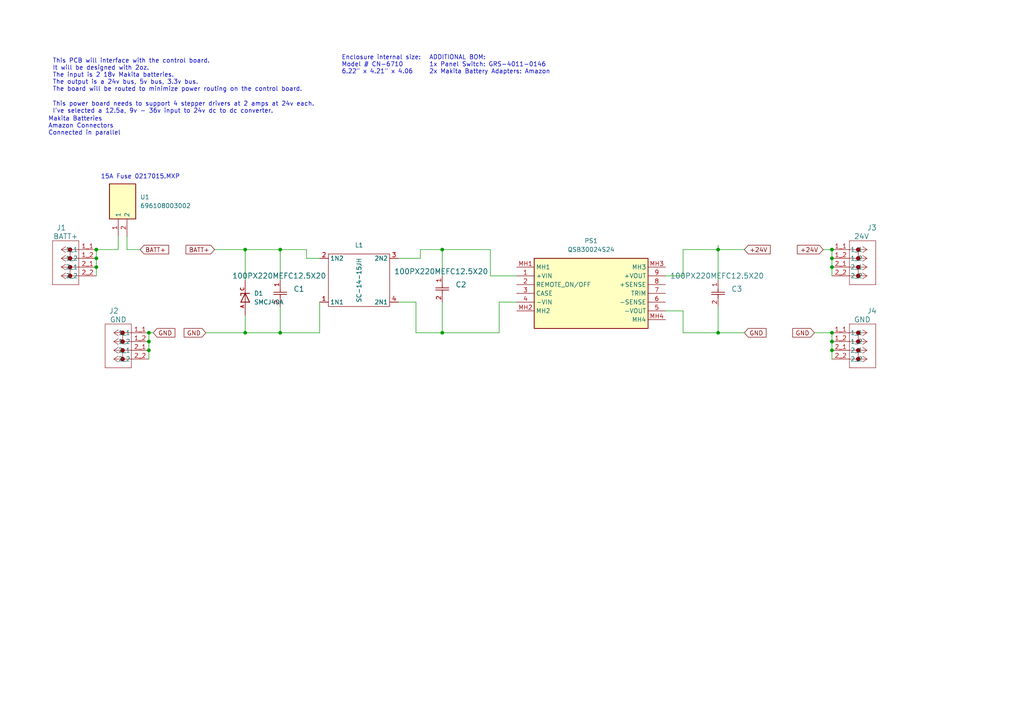
<source format=kicad_sch>
(kicad_sch (version 20230121) (generator eeschema)
  (paper "A4")
  (lib_symbols
    (symbol "100PX220MEFC12.5X20:100PX220MEFC12.5X20" (pin_names (offset 0.254))
      (property "Reference" "C" (at 3.81 3.81 0))
      (property "Value" "100PX220MEFC12.5X20" (at 3.81 -3.81 0))
      (symbol "100PX220MEFC12.5X20_1_1"
        (polyline (pts (xy 2.54 0) (xy 3.4798 0)) (stroke (width 0.2032)))
        (polyline (pts (xy 3.4798 -1.905) (xy 3.4798 1.905)) (stroke (width 0.2032)))
        (polyline (pts (xy 4.1148 -1.905) (xy 4.1148 1.905)) (stroke (width 0.2032)))
        (polyline (pts (xy 4.1148 0) (xy 5.08 0)) (stroke (width 0.2032)))
        (pin unspecified line (at 0 0 0) (length 2.54) (name "") (number "1"))
        (pin unspecified line (at 7.62 0 180) (length 2.54) (name "") (number "2"))
      )
      (symbol "100PX220MEFC12.5X20_1_2"
        (polyline (pts (xy -1.905 -4.1148) (xy 1.905 -4.1148)) (stroke (width 0.2032)))
        (polyline (pts (xy -1.905 -3.4798) (xy 1.905 -3.4798)) (stroke (width 0.2032)))
        (polyline (pts (xy 0 -4.1148) (xy 0 -5.08)) (stroke (width 0.2032)))
        (polyline (pts (xy 0 -2.54) (xy 0 -3.4798)) (stroke (width 0.2032)))
        (pin unspecified line (at 0 0 270) (length 2.54) (name "") (number "1"))
        (pin unspecified line (at 0 -7.62 90) (length 2.54) (name "") (number "2"))
      )
    )
    (symbol "2604-1102:2604-1102" (pin_names (offset 0.254))
      (property "Reference" "J" (at 8.89 6.35 0))
      (property "Value" "2604-1102" (at 0 0 0))
      (symbol "2604-1102_0_1"
        (polyline (pts (xy 5.08 -10.16) (xy 12.7 -10.16)) (stroke (width 0.127)))
        (polyline (pts (xy 5.08 2.54) (xy 5.08 -10.16)) (stroke (width 0.127)))
        (polyline (pts (xy 7.62 -5.08) (xy 7.62 -7.62)) (stroke (width 0.127)))
        (polyline (pts (xy 7.62 0) (xy 7.62 -2.54)) (stroke (width 0.127)))
        (polyline (pts (xy 10.16 -7.62) (xy 5.08 -7.62)) (stroke (width 0.127)))
        (polyline (pts (xy 10.16 -7.62) (xy 8.89 -8.4667)) (stroke (width 0.127)))
        (polyline (pts (xy 10.16 -7.62) (xy 8.89 -6.7733)) (stroke (width 0.127)))
        (polyline (pts (xy 10.16 -5.08) (xy 5.08 -5.08)) (stroke (width 0.127)))
        (polyline (pts (xy 10.16 -5.08) (xy 8.89 -5.9267)) (stroke (width 0.127)))
        (polyline (pts (xy 10.16 -5.08) (xy 8.89 -4.2333)) (stroke (width 0.127)))
        (polyline (pts (xy 10.16 -2.54) (xy 5.08 -2.54)) (stroke (width 0.127)))
        (polyline (pts (xy 10.16 -2.54) (xy 8.89 -3.3867)) (stroke (width 0.127)))
        (polyline (pts (xy 10.16 -2.54) (xy 8.89 -1.6933)) (stroke (width 0.127)))
        (polyline (pts (xy 10.16 0) (xy 5.08 0)) (stroke (width 0.127)))
        (polyline (pts (xy 10.16 0) (xy 8.89 -0.8467)) (stroke (width 0.127)))
        (polyline (pts (xy 10.16 0) (xy 8.89 0.8467)) (stroke (width 0.127)))
        (polyline (pts (xy 12.7 -10.16) (xy 12.7 2.54)) (stroke (width 0.127)))
        (polyline (pts (xy 12.7 2.54) (xy 5.08 2.54)) (stroke (width 0.127)))
        (circle (center 7.62 -7.62) (radius 0.127) (stroke (width 0.508)))
        (circle (center 7.62 -5.08) (radius 0.127) (stroke (width 0.508)))
        (circle (center 7.62 -2.54) (radius 0.127) (stroke (width 0.508)))
        (circle (center 7.62 0) (radius 0.127) (stroke (width 0.508)))
        (pin unspecified line (at 0 0 0) (length 5.08) (name "1_1") (number "1_1"))
        (pin unspecified line (at 0 -2.54 0) (length 5.08) (name "1_2") (number "1_2"))
        (pin unspecified line (at 0 -5.08 0) (length 5.08) (name "2_1") (number "2_1"))
        (pin unspecified line (at 0 -7.62 0) (length 5.08) (name "2_2") (number "2_2"))
      )
    )
    (symbol "696108003002:696108003002"
      (property "Reference" "U" (at 16.51 7.62 0))
      (property "Value" "696108003002" (at 16.51 5.08 0))
      (symbol "696108003002_1_1"
        (rectangle (start 5.08 2.54) (end 15.24 -5.08) (stroke (width 0.254)) (fill (type background)))
        (pin passive line (at 0 0 0) (length 5.08) (name "1") (number "1"))
        (pin passive line (at 0 -2.54 0) (length 5.08) (name "2") (number "2"))
      )
    )
    (symbol "QSB30024S24:QSB30024S24"
      (property "Reference" "PS" (at 39.37 7.62 0))
      (property "Value" "QSB30024S24" (at 39.37 5.08 0))
      (symbol "QSB30024S24_1_1"
        (rectangle (start 5.08 2.54) (end 38.1 -17.78) (stroke (width 0.254)) (fill (type background)))
        (pin passive line (at 0 -2.54 0) (length 5.08) (name "+VIN") (number "1"))
        (pin passive line (at 0 -5.08 0) (length 5.08) (name "REMOTE_ON/OFF") (number "2"))
        (pin passive line (at 0 -7.62 0) (length 5.08) (name "CASE") (number "3"))
        (pin passive line (at 0 -10.16 0) (length 5.08) (name "-VIN") (number "4"))
        (pin passive line (at 43.18 -12.7 180) (length 5.08) (name "-VOUT") (number "5"))
        (pin passive line (at 43.18 -10.16 180) (length 5.08) (name "-SENSE") (number "6"))
        (pin passive line (at 43.18 -7.62 180) (length 5.08) (name "TRIM") (number "7"))
        (pin passive line (at 43.18 -5.08 180) (length 5.08) (name "+SENSE") (number "8"))
        (pin passive line (at 43.18 -2.54 180) (length 5.08) (name "+VOUT") (number "9"))
        (pin passive line (at 0 0 0) (length 5.08) (name "MH1") (number "MH1"))
        (pin passive line (at 0 -12.7 0) (length 5.08) (name "MH2") (number "MH2"))
        (pin passive line (at 43.18 0 180) (length 5.08) (name "MH3") (number "MH3"))
        (pin passive line (at 43.18 -15.24 180) (length 5.08) (name "MH4") (number "MH4"))
      )
    )
    (symbol "SC-14-15JH:SC-14-15JH"
      (property "Reference" "L" (at 0 0 0))
      (symbol "SC-14-15JH_0_1"
        (rectangle (start -7.62 8.89) (end 7.62 -8.89))
      )
      (symbol "SC-14-15JH_1_1"
        (pin input line (at -6.35 11.43 270) (length 2.54) (name "1N1") (number "1"))
        (pin input line (at 6.35 11.43 270) (length 2.54) (name "1N2") (number "2"))
        (pin input line (at 6.35 -11.43 90) (length 2.54) (name "2N2") (number "3"))
        (pin input line (at -6.35 -11.43 90) (length 2.54) (name "2N1") (number "4"))
      )
    )
    (symbol "SMCJ40A:SMCJ40A" (pin_names (offset 1.016))
      (property "Reference" "D" (at -5.08 2.413 0))
      (property "Value" "SMCJ40A" (at -5.08 -4.953 0))
      (symbol "SMCJ40A_0_0"
        (polyline (pts (xy -1.27 -1.27) (xy -1.27 0)) (stroke (width 0.254)))
        (polyline (pts (xy -1.27 0) (xy -1.27 1.27)) (stroke (width 0.254)))
        (polyline (pts (xy -1.27 0) (xy 1.27 -1.27)) (stroke (width 0.254)))
        (polyline (pts (xy -0.635 -1.27) (xy -1.27 -1.27)) (stroke (width 0.254)))
        (polyline (pts (xy 1.27 -1.27) (xy 1.27 1.27)) (stroke (width 0.254)))
        (polyline (pts (xy 1.27 1.27) (xy -1.27 0)) (stroke (width 0.254)))
        (pin passive line (at 5.08 0 180) (length 5.08) (name "~") (number "A"))
        (pin passive line (at -5.08 0 0) (length 5.08) (name "~") (number "C"))
      )
    )
  )
  (junction (at 241.3 74.93))
  (junction (at 43.18 101.6))
  (junction (at 241.3 99.06))
  (junction (at 208.28 72.39))
  (junction (at 208.28 96.52))
  (junction (at 27.94 77.47))
  (junction (at 81.28 72.39))
  (junction (at 241.3 101.6))
  (junction (at 81.28 96.52))
  (junction (at 27.94 74.93))
  (junction (at 71.12 96.52))
  (junction (at 241.3 96.52))
  (junction (at 43.18 99.06))
  (junction (at 43.18 96.52))
  (junction (at 128.27 96.52))
  (junction (at 241.3 72.39))
  (junction (at 128.27 72.39))
  (junction (at 71.12 72.39))
  (junction (at 27.94 72.39))
  (junction (at 241.3 77.47))
  (wire (pts (xy 92.71 87.63) (xy 92.71 96.52)))
  (wire (pts (xy 208.28 72.39) (xy 198.12 72.39)))
  (wire (pts (xy 121.92 72.39) (xy 128.27 72.39)))
  (wire (pts (xy 198.12 96.52) (xy 198.12 90.17)))
  (wire (pts (xy 120.65 96.52) (xy 128.27 96.52)))
  (wire (pts (xy 193.04 80.01) (xy 198.12 80.01)))
  (wire (pts (xy 241.3 101.6) (xy 241.3 104.14)))
  (wire (pts (xy 27.94 72.39) (xy 27.94 74.93)))
  (wire (pts (xy 128.27 72.39) (xy 142.24 72.39)))
  (wire (pts (xy 43.18 99.06) (xy 43.18 101.6)))
  (wire (pts (xy 121.92 74.93) (xy 121.92 72.39)))
  (wire (pts (xy 241.3 96.52) (xy 241.3 99.06)))
  (wire (pts (xy 149.86 87.63) (xy 144.78 87.63)))
  (wire (pts (xy 236.22 96.52) (xy 241.3 96.52)))
  (wire (pts (xy 208.28 96.52) (xy 215.9 96.52)))
  (wire (pts (xy 88.9 72.39) (xy 81.28 72.39)))
  (wire (pts (xy 198.12 80.01) (xy 198.12 72.39)))
  (wire (pts (xy 40.64 72.39) (xy 36.83 72.39)))
  (wire (pts (xy 128.27 72.39) (xy 128.27 80.01)))
  (wire (pts (xy 208.28 71.12) (xy 208.28 72.39)))
  (wire (pts (xy 238.76 72.39) (xy 241.3 72.39)))
  (wire (pts (xy 115.57 87.63) (xy 120.65 87.63)))
  (wire (pts (xy 198.12 90.17) (xy 193.04 90.17)))
  (wire (pts (xy 71.12 96.52) (xy 71.12 91.44)))
  (wire (pts (xy 62.23 72.39) (xy 71.12 72.39)))
  (wire (pts (xy 208.28 88.9) (xy 208.28 96.52)))
  (wire (pts (xy 241.3 99.06) (xy 241.3 101.6)))
  (wire (pts (xy 115.57 74.93) (xy 121.92 74.93)))
  (wire (pts (xy 128.27 96.52) (xy 144.78 96.52)))
  (wire (pts (xy 71.12 72.39) (xy 71.12 81.28)))
  (wire (pts (xy 208.28 72.39) (xy 215.9 72.39)))
  (wire (pts (xy 208.28 72.39) (xy 208.28 81.28)))
  (wire (pts (xy 208.28 96.52) (xy 198.12 96.52)))
  (wire (pts (xy 142.24 80.01) (xy 142.24 72.39)))
  (wire (pts (xy 81.28 96.52) (xy 81.28 88.9)))
  (wire (pts (xy 44.45 96.52) (xy 43.18 96.52)))
  (wire (pts (xy 36.83 72.39) (xy 36.83 68.58)))
  (wire (pts (xy 43.18 101.6) (xy 43.18 104.14)))
  (wire (pts (xy 71.12 96.52) (xy 81.28 96.52)))
  (wire (pts (xy 144.78 87.63) (xy 144.78 96.52)))
  (wire (pts (xy 241.3 72.39) (xy 241.3 74.93)))
  (wire (pts (xy 81.28 72.39) (xy 81.28 81.28)))
  (wire (pts (xy 128.27 87.63) (xy 128.27 96.52)))
  (wire (pts (xy 81.28 96.52) (xy 92.71 96.52)))
  (wire (pts (xy 88.9 74.93) (xy 88.9 72.39)))
  (wire (pts (xy 92.71 74.93) (xy 88.9 74.93)))
  (wire (pts (xy 241.3 77.47) (xy 241.3 80.01)))
  (wire (pts (xy 241.3 74.93) (xy 241.3 77.47)))
  (wire (pts (xy 27.94 74.93) (xy 27.94 77.47)))
  (wire (pts (xy 43.18 96.52) (xy 43.18 99.06)))
  (wire (pts (xy 149.86 80.01) (xy 142.24 80.01)))
  (wire (pts (xy 27.94 72.39) (xy 34.29 72.39)))
  (wire (pts (xy 59.69 96.52) (xy 71.12 96.52)))
  (wire (pts (xy 34.29 72.39) (xy 34.29 68.58)))
  (wire (pts (xy 71.12 72.39) (xy 81.28 72.39)))
  (wire (pts (xy 27.94 77.47) (xy 27.94 80.01)))
  (wire (pts (xy 120.65 87.63) (xy 120.65 96.52)))
  (text "Makita Batteries\nAmazon Connectors\nConnected in parallel" (at 13.97 39.37 0) (effects (font (size 1.27 1.27)) (justify left bottom)))
  (text "ADDITIONAL BOM:\n1x Panel Switch: GRS-4011-0146\n2x Makita Battery Adapters: Amazon" (at 124.46 21.59 0) (effects (font (size 1.27 1.27)) (justify left bottom)))
  (text "Enclosure internal size:\nModel # CN-6710\n6.22\" x 4.21\" x 4.06" (at 99.06 21.59 0) (effects (font (size 1.27 1.27)) (justify left bottom)))
  (text "This power board needs to support 4 stepper drivers at 2 amps at 24v each. \nI've selected a 12.5a, 9v - 36v input to 24v dc to dc converter." (at 15.24 33.02 0) (effects (font (size 1.27 1.27)) (justify left bottom)))
  (text "This PCB will interface with the control board. \nIt will be designed with 2oz. \nThe input is 2 18v Makita batteries. \nThe output is a 24v bus, 5v bus, 3.3v bus.\nThe board will be routed to minimize power routing on the control board." (at 15.24 26.67 0) (effects (font (size 1.27 1.27)) (justify left bottom)))
  (text "15A Fuse 0217015.MXP" (at 29.21 52.07 0) (effects (font (size 1.27 1.27)) (justify left bottom)))
  (global_label "GND" (shape input) (at 44.45 96.52 0) (property "Intersheetrefs" "${INTERSHEET_REFS}" (effects hide)))
  (global_label "BATT+" (shape input) (at 62.23 72.39 180) (property "Intersheetrefs" "${INTERSHEET_REFS}" (effects hide)))
  (global_label "+24V" (shape input) (at 215.9 72.39 0) (property "Intersheetrefs" "${INTERSHEET_REFS}" (effects hide)))
  (global_label "BATT+" (shape input) (at 40.64 72.39 0) (property "Intersheetrefs" "${INTERSHEET_REFS}" (effects hide)))
  (global_label "GND" (shape input) (at 215.9 96.52 0) (property "Intersheetrefs" "${INTERSHEET_REFS}" (effects hide)))
  (global_label "+24V" (shape input) (at 238.76 72.39 180) (property "Intersheetrefs" "${INTERSHEET_REFS}" (effects hide)))
  (global_label "GND" (shape input) (at 59.69 96.52 180) (property "Intersheetrefs" "${INTERSHEET_REFS}" (effects hide)))
  (global_label "GND" (shape input) (at 236.22 96.52 180) (property "Intersheetrefs" "${INTERSHEET_REFS}" (effects hide)))
  (symbol (lib_id "2604-1102:2604-1102") (at 241.3 72.39 0) (unit 1)
    (property "Reference" "J3" (at 251.46 66.04 0) (effects (font (size 1.524 1.524)) (justify left)))
    (property "Value" "24V" (at 247.65 68.58 0) (effects (font (size 1.524 1.524)) (justify left)))
    (property "Footprint" "2604-1102:2604" (effects hide))
    (property "Datasheet" "2604-1102" (effects hide))
    (property "Part Number" "2604-1102" (effects hide))
  )
  (symbol (lib_id "100PX220MEFC12.5X20:100PX220MEFC12.5X20") (at 81.28 81.28 270) (unit 1)
    (property "Reference" "C1" (at 85.09 83.82 90) (effects (font (size 1.524 1.524)) (justify left)))
    (property "Value" "100PX220MEFC12.5X20" (at 67.31 80.01 90) (effects (font (size 1.524 1.524)) (justify left)))
    (property "Footprint" "100PX220MEFC12.5X20:CAP_PK&slash_PZ_12P5X20_LOW_RUB" (effects hide))
    (property "Datasheet" "100PX220MEFC12.5X20" (effects hide))
    (property "Part Number" "100PX220MEFC12.5X20" (effects hide))
  )
  (symbol (lib_id "2604-1102:2604-1102") (at 43.18 96.52 0) (mirror y) (unit 1)
    (property "Reference" "J2" (at 33.02 90.17 0) (effects (font (size 1.524 1.524))))
    (property "Value" "GND" (at 34.29 92.71 0) (effects (font (size 1.524 1.524))))
    (property "Footprint" "2604-1102:2604" (effects hide))
    (property "Datasheet" "2604-1102" (effects hide))
    (property "Part Number" "2604-1102" (effects hide))
  )
  (symbol (lib_id "2604-1102:2604-1102") (at 27.94 72.39 0) (mirror y) (unit 1)
    (property "Reference" "J1" (at 17.78 66.04 0) (effects (font (size 1.524 1.524))))
    (property "Value" "BATT+" (at 19.05 68.58 0) (effects (font (size 1.524 1.524))))
    (property "Footprint" "2604-1102:2604" (effects hide))
    (property "Datasheet" "2604-1102" (effects hide))
    (property "Part Number" "2604-1102" (effects hide))
  )
  (symbol (lib_id "2604-1102:2604-1102") (at 241.3 96.52 0) (unit 1)
    (property "Reference" "J4" (at 251.46 90.17 0) (effects (font (size 1.524 1.524)) (justify left)))
    (property "Value" "GND" (at 247.65 92.71 0) (effects (font (size 1.524 1.524)) (justify left)))
    (property "Footprint" "2604-1102:2604" (effects hide))
    (property "Datasheet" "2604-1102" (effects hide))
    (property "Part Number" "2604-1102" (effects hide))
  )
  (symbol (lib_id "100PX220MEFC12.5X20:100PX220MEFC12.5X20") (at 128.27 80.01 270) (unit 1)
    (property "Reference" "C2" (at 132.08 82.55 90) (effects (font (size 1.524 1.524)) (justify left)))
    (property "Value" "100PX220MEFC12.5X20" (at 114.3 78.74 90) (effects (font (size 1.524 1.524)) (justify left)))
    (property "Footprint" "100PX220MEFC12.5X20:CAP_PK&slash_PZ_12P5X20_LOW_RUB" (effects hide))
    (property "Datasheet" "100PX220MEFC12.5X20" (effects hide))
    (property "Part Number" "100PX220MEFC12.5X20" (effects hide))
  )
  (symbol (lib_id "QSB30024S24:QSB30024S24") (at 149.86 77.47 0) (unit 1)
    (property "Reference" "PS1" (at 171.45 69.85 0))
    (property "Value" "QSB30024S24" (at 171.45 72.39 0))
    (property "Footprint" "QSB30024S24:QSB30024S24" (effects hide))
    (property "Datasheet" "https://www.xppower.com/portals/0/pdfs/SF_QSB300.pdf" (effects hide))
    (property "Height" "13.2" (effects hide))
    (property "Mouser Part Number" "209-QSB30024S24" (effects hide))
    (property "Mouser Price/Stock" "https://www.mouser.co.uk/ProductDetail/XP-Power/QSB30024S24?qs=w%2Fv1CP2dgqqmYd6D%252BTeJBQ%3D%3D" (effects hide))
    (property "Manufacturer_Name" "XP POWER" (effects hide))
    (property "Part Number" "QSB30024S24" (effects hide))
  )
  (symbol (lib_id "SMCJ40A:SMCJ40A") (at 71.12 86.36 270) (unit 1)
    (property "Reference" "D1" (at 73.66 85.09 90) (effects (justify left)))
    (property "Value" "SMCJ40A" (at 73.66 87.63 90) (effects (justify left)))
    (property "Footprint" "SMCJ40A:DIOM7959X262N" (effects hide))
    (property "PARTREV" "11/20/15" (effects hide))
    (property "STANDARD" "IPC-7351B" (effects hide))
    (property "MAXIMUM_PACKAGE_HEIGHT" "2.62mm" (effects hide))
    (property "MANUFACTURER" "LittelFuse" (effects hide))
    (property "Part Number" "SMCJ40A" (effects hide))
  )
  (symbol (lib_id "SC-14-15JH:SC-14-15JH") (at 104.14 81.28 90) (unit 1)
    (property "Reference" "L1" (at 104.14 71.12 90))
    (property "Value" "SC-14-15JH" (at 104.14 81.28 0))
    (property "Footprint" "SC-14-15JH:SC-14-15JH" (effects hide))
    (property "Part Number" "SC-14-15JH" (effects hide))
  )
  (symbol (lib_id "696108003002:696108003002") (at 34.29 68.58 90) (unit 1)
    (property "Reference" "U1" (at 40.64 57.15 90) (effects (justify right)))
    (property "Value" "696108003002" (at 40.64 59.69 90) (effects (justify right)))
    (property "Footprint" "WR-FSH_THT_2" (effects hide))
    (property "Datasheet" "http://katalog.we-online.de/em/datasheet/696108003002.pdf" (effects hide))
    (property "Mouser Part Number" "710-696108003002" (effects hide))
    (property "Mouser Price/Stock" "https://www.mouser.co.uk/ProductDetail/Wurth-Elektronik/696108003002?qs=%252BEew9%252B0nqrCCQeoUrFurBg%3D%3D" (effects hide))
    (property "Manufacturer_Name" "Wurth Elektronik" (effects hide))
    (property "Manufacturer_Part_Number" "696108003002" (effects hide))
  )
  (symbol (lib_id "100PX220MEFC12.5X20:100PX220MEFC12.5X20") (at 208.28 81.28 270) (unit 1)
    (property "Reference" "C3" (at 212.09 83.82 90) (effects (font (size 1.524 1.524)) (justify left)))
    (property "Value" "100PX220MEFC12.5X20" (at 194.31 80.01 90) (effects (font (size 1.524 1.524)) (justify left)))
    (property "Footprint" "100PX220MEFC12.5X20:CAP_PK&slash_PZ_12P5X20_LOW_RUB" (effects hide))
    (property "Datasheet" "100PX220MEFC12.5X20" (effects hide))
    (property "Part Number" "100PX220MEFC12.5X20" (effects hide))
  )
)
</source>
